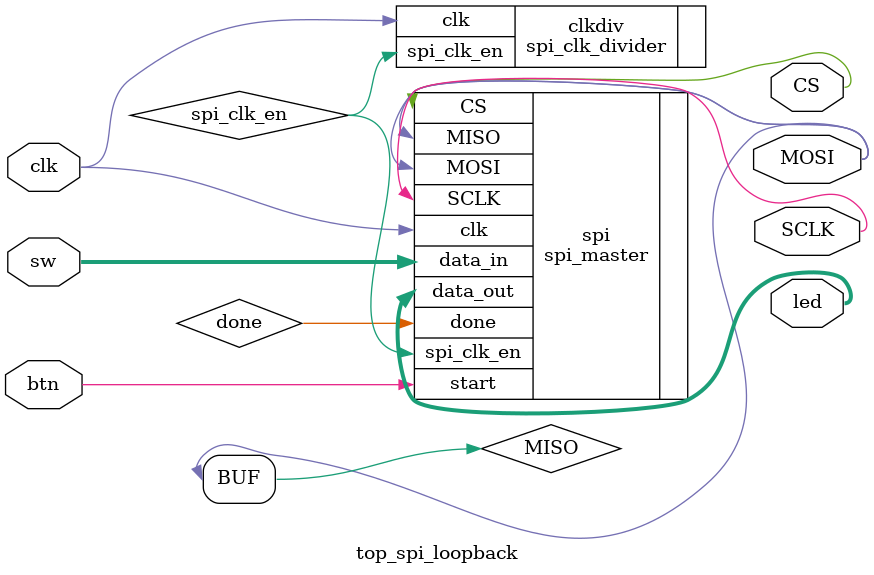
<source format=v>
`timescale 1ns / 1ps

module top_spi_loopback(
    input  wire clk,
    input  wire btn,
    input  wire [3:0] sw,
    output wire [3:0] led,

    output wire MOSI,
    output wire SCLK,
    output wire CS
);

    wire spi_clk_en;
    wire done;

    wire MISO;
    assign MISO = MOSI;

    spi_clk_divider clkdiv(
        .clk(clk),
        .spi_clk_en(spi_clk_en)
    );

    spi_master spi(
        .clk(clk),
        .spi_clk_en(spi_clk_en),
        .start(btn),
        .data_in(sw),
        .data_out(led),
        .MOSI(MOSI),
        .MISO(MISO),
        .SCLK(SCLK),
        .CS(CS),
        .done(done)
    );

endmodule
</source>
